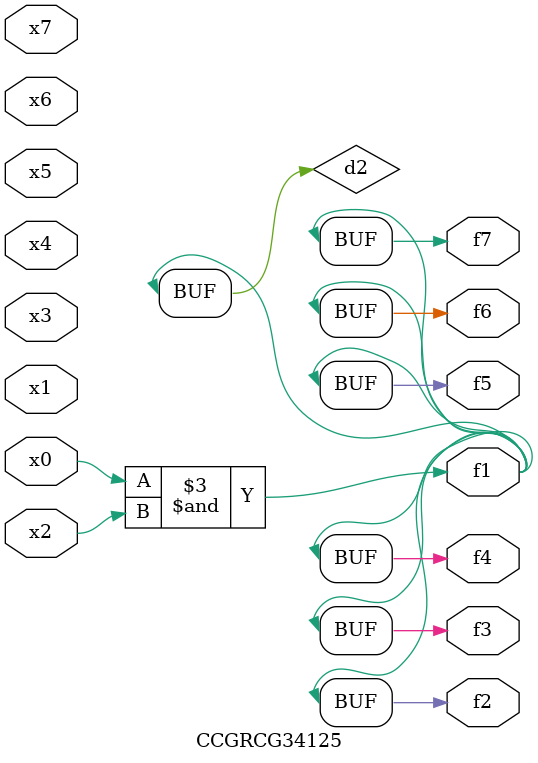
<source format=v>
module CCGRCG34125(
	input x0, x1, x2, x3, x4, x5, x6, x7,
	output f1, f2, f3, f4, f5, f6, f7
);

	wire d1, d2;

	nor (d1, x3, x6);
	and (d2, x0, x2);
	assign f1 = d2;
	assign f2 = d2;
	assign f3 = d2;
	assign f4 = d2;
	assign f5 = d2;
	assign f6 = d2;
	assign f7 = d2;
endmodule

</source>
